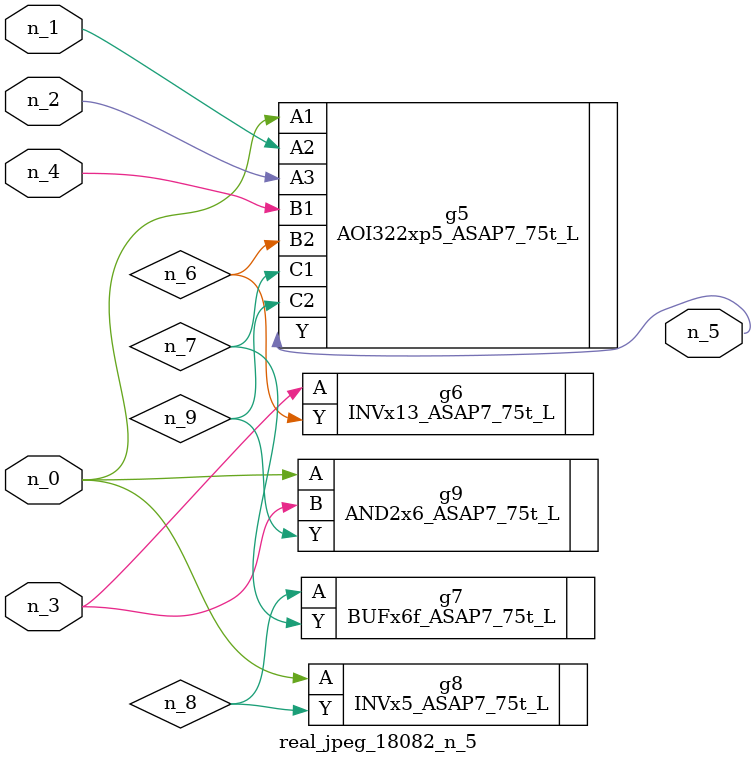
<source format=v>
module real_jpeg_18082_n_5 (n_4, n_0, n_1, n_2, n_3, n_5);

input n_4;
input n_0;
input n_1;
input n_2;
input n_3;

output n_5;

wire n_8;
wire n_6;
wire n_7;
wire n_9;

AOI322xp5_ASAP7_75t_L g5 ( 
.A1(n_0),
.A2(n_1),
.A3(n_2),
.B1(n_4),
.B2(n_6),
.C1(n_7),
.C2(n_9),
.Y(n_5)
);

INVx5_ASAP7_75t_L g8 ( 
.A(n_0),
.Y(n_8)
);

AND2x6_ASAP7_75t_L g9 ( 
.A(n_0),
.B(n_3),
.Y(n_9)
);

INVx13_ASAP7_75t_L g6 ( 
.A(n_3),
.Y(n_6)
);

BUFx6f_ASAP7_75t_L g7 ( 
.A(n_8),
.Y(n_7)
);


endmodule
</source>
